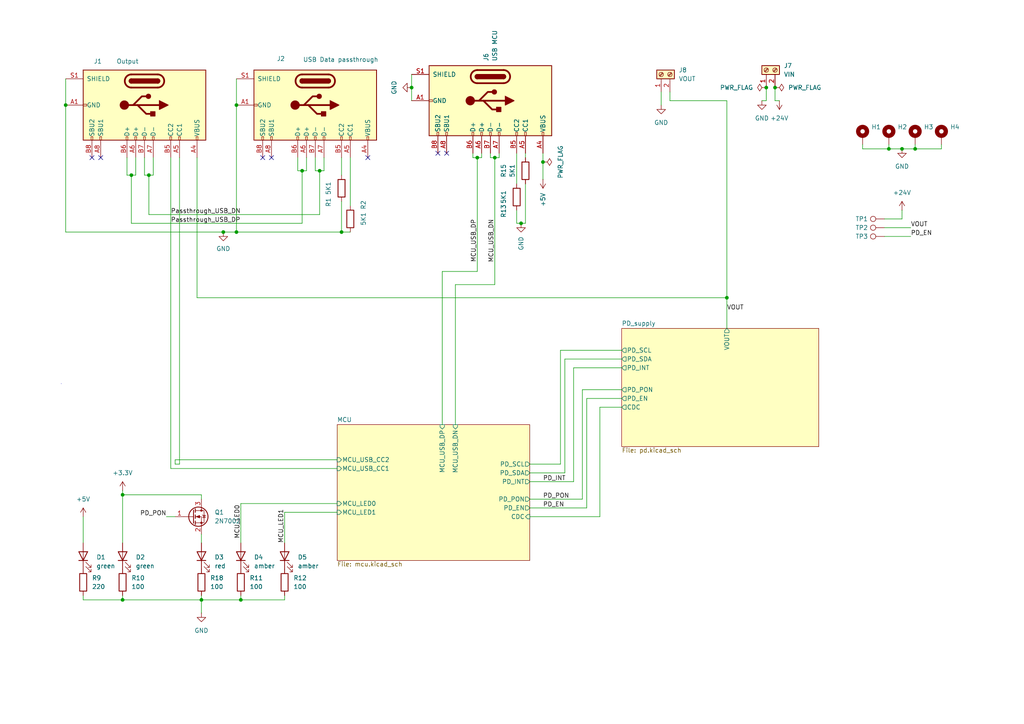
<source format=kicad_sch>
(kicad_sch (version 20231120) (generator "eeschema") (generator_version "8.0")
  (paper "A4")
  (title_block (title "UCPD-Passthrough") (rev "0.1") (comment 1 "License: CERN-OHL-P-2.0"))
  (lib_symbols
    (symbol "Connector:Screw_Terminal_01x02" (pin_names (offset 1.016) hide)
      (property "Reference" "J" (at 0 2.54 0))
      (property "Value" "Screw_Terminal_01x02" (at 0 -5.08 0))
      (symbol "Screw_Terminal_01x02_1_1"
        (rectangle (start -1.27 1.27) (end 1.27 -3.81) (stroke (width 0.254)) (fill (type background)))
        (circle (center 0 -2.54) (radius 0.635) (stroke (width 0.1524)))
        (polyline (pts (xy -0.5334 -2.2098) (xy 0.3302 -3.048)) (stroke (width 0.1524)))
        (polyline (pts (xy -0.5334 0.3302) (xy 0.3302 -0.508)) (stroke (width 0.1524)))
        (polyline (pts (xy -0.3556 -2.032) (xy 0.508 -2.8702)) (stroke (width 0.1524)))
        (polyline (pts (xy -0.3556 0.508) (xy 0.508 -0.3302)) (stroke (width 0.1524)))
        (circle (center 0 0) (radius 0.635) (stroke (width 0.1524)))
        (pin passive line (at -5.08 0 0) (length 3.81) (name "Pin_1") (number "1"))
        (pin passive line (at -5.08 -2.54 0) (length 3.81) (name "Pin_2") (number "2"))
      )
    )
    (symbol "Connector:TestPoint" (pin_numbers hide) (pin_names (offset 0.762) hide)
      (property "Reference" "TP" (at 0 6.858 0))
      (property "Value" "TestPoint" (at 0 5.08 0))
      (symbol "TestPoint_0_1"
        (circle (center 0 3.302) (radius 0.762))
      )
      (symbol "TestPoint_1_1"
        (pin passive line (at 0 0 90) (length 2.54) (name "1") (number "1"))
      )
    )
    (symbol "Connector:USB_C_Receptacle_USB2.0_16P" (pin_names (offset 1.016))
      (property "Reference" "J" (at 0 22.225 0))
      (property "Value" "USB_C_Receptacle_USB2.0_16P" (at 0 19.685 0))
      (symbol "USB_C_Receptacle_USB2.0_16P_0_0"
        (rectangle (start -0.254 -17.78) (end 0.254 -16.764))
        (rectangle (start 10.16 -14.986) (end 9.144 -15.494))
        (rectangle (start 10.16 -12.446) (end 9.144 -12.954))
        (rectangle (start 10.16 -4.826) (end 9.144 -5.334))
        (rectangle (start 10.16 -2.286) (end 9.144 -2.794))
        (rectangle (start 10.16 0.254) (end 9.144 -0.254))
        (rectangle (start 10.16 2.794) (end 9.144 2.286))
        (rectangle (start 10.16 7.874) (end 9.144 7.366))
        (rectangle (start 10.16 10.414) (end 9.144 9.906))
        (rectangle (start 10.16 15.494) (end 9.144 14.986))
      )
      (symbol "USB_C_Receptacle_USB2.0_16P_0_1"
        (rectangle (start -10.16 17.78) (end 10.16 -17.78) (stroke (width 0.254)) (fill (type background)))
        (arc (start -8.89 -3.81) (mid -6.985 -5.7067) (end -5.08 -3.81) (stroke (width 0.508)))
        (arc (start -7.62 -3.81) (mid -6.985 -4.4423) (end -6.35 -3.81) (stroke (width 0.254)))
        (arc (start -7.62 -3.81) (mid -6.985 -4.4423) (end -6.35 -3.81) (stroke (width 0.254)) (fill (type outline)))
        (rectangle (start -7.62 -3.81) (end -6.35 3.81) (stroke (width 0.254)) (fill (type outline)))
        (arc (start -6.35 3.81) (mid -6.985 4.4423) (end -7.62 3.81) (stroke (width 0.254)))
        (arc (start -6.35 3.81) (mid -6.985 4.4423) (end -7.62 3.81) (stroke (width 0.254)) (fill (type outline)))
        (arc (start -5.08 3.81) (mid -6.985 5.7067) (end -8.89 3.81) (stroke (width 0.508)))
        (circle (center -2.54 1.143) (radius 0.635) (stroke (width 0.254)) (fill (type outline)))
        (circle (center 0 -5.842) (radius 1.27) (fill (type outline)))
        (polyline (pts (xy -8.89 -3.81) (xy -8.89 3.81)) (stroke (width 0.508)))
        (polyline (pts (xy -5.08 3.81) (xy -5.08 -3.81)) (stroke (width 0.508)))
        (polyline (pts (xy 0 -5.842) (xy 0 4.318)) (stroke (width 0.508)))
        (polyline (pts (xy 0 -3.302) (xy -2.54 -0.762) (xy -2.54 0.508)) (stroke (width 0.508)))
        (polyline (pts (xy 0 -2.032) (xy 2.54 0.508) (xy 2.54 1.778)) (stroke (width 0.508)))
        (polyline (pts (xy -1.27 4.318) (xy 0 6.858) (xy 1.27 4.318) (xy -1.27 4.318)) (stroke (width 0.254)) (fill (type outline)))
        (rectangle (start 1.905 1.778) (end 3.175 3.048) (stroke (width 0.254)) (fill (type outline)))
      )
      (symbol "USB_C_Receptacle_USB2.0_16P_1_1"
        (pin passive line (at 0 -22.86 90) (length 5.08) (name "GND") (number "A1"))
        (pin passive line (at 0 -22.86 90) (length 5.08) hide (name "GND") (number "A12"))
        (pin passive line (at 15.24 15.24 180) (length 5.08) (name "VBUS") (number "A4"))
        (pin bidirectional line (at 15.24 10.16 180) (length 5.08) (name "CC1") (number "A5"))
        (pin bidirectional line (at 15.24 -2.54 180) (length 5.08) (name "D+") (number "A6"))
        (pin bidirectional line (at 15.24 2.54 180) (length 5.08) (name "D-") (number "A7"))
        (pin bidirectional line (at 15.24 -12.7 180) (length 5.08) (name "SBU1") (number "A8"))
        (pin passive line (at 15.24 15.24 180) (length 5.08) hide (name "VBUS") (number "A9"))
        (pin passive line (at 0 -22.86 90) (length 5.08) hide (name "GND") (number "B1"))
        (pin passive line (at 0 -22.86 90) (length 5.08) hide (name "GND") (number "B12"))
        (pin passive line (at 15.24 15.24 180) (length 5.08) hide (name "VBUS") (number "B4"))
        (pin bidirectional line (at 15.24 7.62 180) (length 5.08) (name "CC2") (number "B5"))
        (pin bidirectional line (at 15.24 -5.08 180) (length 5.08) (name "D+") (number "B6"))
        (pin bidirectional line (at 15.24 0 180) (length 5.08) (name "D-") (number "B7"))
        (pin bidirectional line (at 15.24 -15.24 180) (length 5.08) (name "SBU2") (number "B8"))
        (pin passive line (at 15.24 15.24 180) (length 5.08) hide (name "VBUS") (number "B9"))
        (pin passive line (at -7.62 -22.86 90) (length 5.08) (name "SHIELD") (number "S1"))
      )
    )
    (symbol "Device:LED" (pin_numbers hide) (pin_names (offset 1.016) hide)
      (property "Reference" "D" (at 0 2.54 0))
      (property "Value" "LED" (at 0 -2.54 0))
      (symbol "LED_0_1"
        (polyline (pts (xy -1.27 -1.27) (xy -1.27 1.27)) (stroke (width 0.254)))
        (polyline (pts (xy -1.27 0) (xy 1.27 0)))
        (polyline (pts (xy 1.27 -1.27) (xy 1.27 1.27) (xy -1.27 0) (xy 1.27 -1.27)) (stroke (width 0.254)))
        (polyline (pts (xy -3.048 -0.762) (xy -4.572 -2.286) (xy -3.81 -2.286) (xy -4.572 -2.286) (xy -4.572 -1.524)))
        (polyline (pts (xy -1.778 -0.762) (xy -3.302 -2.286) (xy -2.54 -2.286) (xy -3.302 -2.286) (xy -3.302 -1.524)))
      )
      (symbol "LED_1_1"
        (pin passive line (at -3.81 0 0) (length 2.54) (name "K") (number "1"))
        (pin passive line (at 3.81 0 180) (length 2.54) (name "A") (number "2"))
      )
    )
    (symbol "Device:R" (pin_numbers hide) (pin_names (offset 0))
      (property "Reference" "R" (at 2.032 0 90))
      (property "Value" "R" (at 0 0 90))
      (symbol "R_0_1"
        (rectangle (start -1.016 -2.54) (end 1.016 2.54) (stroke (width 0.254)))
      )
      (symbol "R_1_1"
        (pin passive line (at 0 3.81 270) (length 1.27) (name "~") (number "1"))
        (pin passive line (at 0 -3.81 90) (length 1.27) (name "~") (number "2"))
      )
    )
    (symbol "Mechanical:MountingHole_Pad" (pin_numbers hide) (pin_names (offset 1.016) hide) (exclude_from_sim yes) (in_bom no)
      (property "Reference" "H" (at 0 6.35 0))
      (property "Value" "MountingHole_Pad" (at 0 4.445 0))
      (symbol "MountingHole_Pad_0_1"
        (circle (center 0 1.27) (radius 1.27) (stroke (width 1.27)))
      )
      (symbol "MountingHole_Pad_1_1"
        (pin input line (at 0 -2.54 90) (length 2.54) (name "1") (number "1"))
      )
    )
    (symbol "Transistor_FET:2N7002" (pin_names hide)
      (property "Reference" "Q" (at 5.08 1.905 0))
      (property "Value" "2N7002" (at 5.08 0 0))
      (symbol "2N7002_0_1"
        (polyline (pts (xy 0.254 0) (xy -2.54 0)))
        (polyline (pts (xy 0.254 1.905) (xy 0.254 -1.905)) (stroke (width 0.254)))
        (polyline (pts (xy 0.762 -1.27) (xy 0.762 -2.286)) (stroke (width 0.254)))
        (polyline (pts (xy 0.762 0.508) (xy 0.762 -0.508)) (stroke (width 0.254)))
        (polyline (pts (xy 0.762 2.286) (xy 0.762 1.27)) (stroke (width 0.254)))
        (polyline (pts (xy 2.54 2.54) (xy 2.54 1.778)))
        (polyline (pts (xy 2.54 -2.54) (xy 2.54 0) (xy 0.762 0)))
        (polyline (pts (xy 0.762 -1.778) (xy 3.302 -1.778) (xy 3.302 1.778) (xy 0.762 1.778)))
        (polyline (pts (xy 1.016 0) (xy 2.032 0.381) (xy 2.032 -0.381) (xy 1.016 0)) (fill (type outline)))
        (polyline (pts (xy 2.794 0.508) (xy 2.921 0.381) (xy 3.683 0.381) (xy 3.81 0.254)))
        (polyline (pts (xy 3.302 0.381) (xy 2.921 -0.254) (xy 3.683 -0.254) (xy 3.302 0.381)))
        (circle (center 1.651 0) (radius 2.794) (stroke (width 0.254)))
        (circle (center 2.54 -1.778) (radius 0.254) (fill (type outline)))
        (circle (center 2.54 1.778) (radius 0.254) (fill (type outline)))
      )
      (symbol "2N7002_1_1"
        (pin input line (at -5.08 0 0) (length 2.54) (name "G") (number "1"))
        (pin passive line (at 2.54 -5.08 90) (length 2.54) (name "S") (number "2"))
        (pin passive line (at 2.54 5.08 270) (length 2.54) (name "D") (number "3"))
      )
    )
    (symbol "power:+24V" (power) (pin_numbers hide) (pin_names (offset 0) hide)
      (property "Value" "+24V" (at 0 3.556 0))
      (symbol "+24V_0_1"
        (polyline (pts (xy -0.762 1.27) (xy 0 2.54)))
        (polyline (pts (xy 0 0) (xy 0 2.54)))
        (polyline (pts (xy 0 2.54) (xy 0.762 1.27)))
      )
      (symbol "+24V_1_1"
        (pin power_in line (at 0 0 90) (length 0) (name "~") (number "1"))
      )
    )
    (symbol "power:+3.3V" (power) (pin_numbers hide) (pin_names (offset 0) hide)
      (property "Value" "+3.3V" (at 0 3.556 0))
      (symbol "+3.3V_0_1"
        (polyline (pts (xy -0.762 1.27) (xy 0 2.54)))
        (polyline (pts (xy 0 0) (xy 0 2.54)))
        (polyline (pts (xy 0 2.54) (xy 0.762 1.27)))
      )
      (symbol "+3.3V_1_1"
        (pin power_in line (at 0 0 90) (length 0) (name "~") (number "1"))
      )
    )
    (symbol "power:+5V" (power) (pin_numbers hide) (pin_names (offset 0) hide)
      (property "Value" "+5V" (at 0 3.556 0))
      (symbol "+5V_0_1"
        (polyline (pts (xy -0.762 1.27) (xy 0 2.54)))
        (polyline (pts (xy 0 0) (xy 0 2.54)))
        (polyline (pts (xy 0 2.54) (xy 0.762 1.27)))
      )
      (symbol "+5V_1_1"
        (pin power_in line (at 0 0 90) (length 0) (name "~") (number "1"))
      )
    )
    (symbol "power:GND" (power) (pin_numbers hide) (pin_names (offset 0) hide)
      (property "Value" "GND" (at 0 -3.81 0))
      (symbol "GND_0_1"
        (polyline (pts (xy 0 0) (xy 0 -1.27) (xy 1.27 -1.27) (xy 0 -2.54) (xy -1.27 -1.27) (xy 0 -1.27)))
      )
      (symbol "GND_1_1"
        (pin power_in line (at 0 0 270) (length 0) (name "~") (number "1"))
      )
    )
    (symbol "power:PWR_FLAG" (power) (pin_numbers hide) (pin_names (offset 0) hide)
      (property "Value" "PWR_FLAG" (at 0 3.81 0))
      (symbol "PWR_FLAG_0_0"
        (pin power_out line (at 0 0 90) (length 0) (name "~") (number "1"))
      )
      (symbol "PWR_FLAG_0_1"
        (polyline (pts (xy 0 0) (xy 0 1.27) (xy -1.016 1.905) (xy 0 2.54) (xy 1.016 1.905) (xy 0 1.27)))
      )
    )
  )
  (junction (at 119.38 25.4))
  (junction (at 265.43 43.18))
  (junction (at 138.43 45.72))
  (junction (at 257.81 43.18))
  (junction (at 69.85 173.99))
  (junction (at 151.13 64.77))
  (junction (at 143.51 45.72))
  (junction (at 261.62 43.18))
  (junction (at 19.05 30.48))
  (junction (at 58.42 173.99))
  (junction (at 87.63 49.53))
  (junction (at 35.56 173.99))
  (junction (at 38.1 50.8))
  (junction (at 224.79 25.4))
  (junction (at 68.58 30.48))
  (junction (at 210.82 86.36))
  (junction (at 35.56 143.51))
  (junction (at 92.71 49.53))
  (junction (at 157.48 46.99))
  (junction (at 68.58 67.31))
  (junction (at 222.25 25.4))
  (junction (at 64.77 67.31))
  (junction (at 43.18 50.8))
  (junction (at 99.06 67.31))
  (no_connect (at 106.68 45.72))
  (no_connect (at 76.2 45.72))
  (no_connect (at 26.67 45.72))
  (no_connect (at 127 44.45))
  (no_connect (at 78.74 45.72))
  (no_connect (at 29.21 45.72))
  (no_connect (at 129.54 44.45))
  (wire (pts (xy 132.08 123.19) (xy 132.08 82.55)))
  (wire (pts (xy 152.4 53.34) (xy 152.4 64.77)))
  (wire (pts (xy 139.7 45.72) (xy 138.43 45.72)))
  (wire (pts (xy 82.55 148.59) (xy 97.79 148.59)))
  (wire (pts (xy 99.06 45.72) (xy 99.06 50.8)))
  (wire (pts (xy 41.91 50.8) (xy 41.91 45.72)))
  (wire (pts (xy 152.4 64.77) (xy 151.13 64.77)))
  (wire (pts (xy 69.85 173.99) (xy 69.85 172.72)))
  (wire (pts (xy 38.1 50.8) (xy 36.83 50.8)))
  (wire (pts (xy 194.31 29.21) (xy 194.31 26.67)))
  (wire (pts (xy 153.67 139.7) (xy 166.37 139.7)))
  (wire (pts (xy 149.86 53.34) (xy 149.86 44.45)))
  (wire (pts (xy 88.9 45.72) (xy 88.9 49.53)))
  (wire (pts (xy 58.42 144.78) (xy 58.42 143.51)))
  (wire (pts (xy 43.18 50.8) (xy 41.91 50.8)))
  (wire (pts (xy 91.44 49.53) (xy 92.71 49.53)))
  (wire (pts (xy 35.56 142.24) (xy 35.56 143.51)))
  (wire (pts (xy 250.19 41.91) (xy 250.19 43.18)))
  (wire (pts (xy 153.67 147.32) (xy 170.18 147.32)))
  (wire (pts (xy 265.43 41.91) (xy 265.43 43.18)))
  (wire (pts (xy 38.1 64.77) (xy 87.63 64.77)))
  (wire (pts (xy 149.86 60.96) (xy 149.86 64.77)))
  (wire (pts (xy 224.79 29.21) (xy 226.06 29.21)))
  (wire (pts (xy 119.38 25.4) (xy 119.38 21.59)))
  (wire (pts (xy 168.91 113.03) (xy 168.91 144.78)))
  (wire (pts (xy 99.06 67.31) (xy 101.6 67.31)))
  (wire (pts (xy 52.07 134.62) (xy 50.8 134.62)))
  (wire (pts (xy 39.37 45.72) (xy 39.37 50.8)))
  (wire (pts (xy 44.45 50.8) (xy 43.18 50.8)))
  (wire (pts (xy 68.58 67.31) (xy 64.77 67.31)))
  (wire (pts (xy 261.62 63.5) (xy 261.62 60.96)))
  (wire (pts (xy 261.62 43.18) (xy 265.43 43.18)))
  (wire (pts (xy 48.26 149.86) (xy 50.8 149.86)))
  (wire (pts (xy 93.98 45.72) (xy 93.98 49.53)))
  (wire (pts (xy 86.36 45.72) (xy 86.36 49.53)))
  (wire (pts (xy 210.82 29.21) (xy 194.31 29.21)))
  (wire (pts (xy 69.85 146.05) (xy 69.85 157.48)))
  (wire (pts (xy 149.86 64.77) (xy 151.13 64.77)))
  (wire (pts (xy 58.42 143.51) (xy 35.56 143.51)))
  (wire (pts (xy 87.63 49.53) (xy 88.9 49.53)))
  (wire (pts (xy 143.51 45.72) (xy 143.51 82.55)))
  (wire (pts (xy 132.08 82.55) (xy 143.51 82.55)))
  (wire (pts (xy 256.54 66.04) (xy 264.16 66.04)))
  (wire (pts (xy 261.62 43.18) (xy 257.81 43.18)))
  (wire (pts (xy 58.42 154.94) (xy 58.42 157.48)))
  (wire (pts (xy 68.58 22.86) (xy 68.58 30.48)))
  (wire (pts (xy 168.91 144.78) (xy 153.67 144.78)))
  (wire (pts (xy 19.05 30.48) (xy 19.05 67.31)))
  (wire (pts (xy 191.77 26.67) (xy 191.77 30.48)))
  (wire (pts (xy 36.83 50.8) (xy 36.83 45.72)))
  (wire (pts (xy 68.58 30.48) (xy 68.58 67.31)))
  (wire (pts (xy 138.43 45.72) (xy 138.43 78.74)))
  (wire (pts (xy 257.81 41.91) (xy 257.81 43.18)))
  (wire (pts (xy 49.53 135.89) (xy 97.79 135.89)))
  (wire (pts (xy 142.24 45.72) (xy 142.24 44.45)))
  (wire (pts (xy 101.6 45.72) (xy 101.6 59.69)))
  (wire (pts (xy 166.37 106.68) (xy 180.34 106.68)))
  (wire (pts (xy 58.42 173.99) (xy 69.85 173.99)))
  (wire (pts (xy 92.71 49.53) (xy 93.98 49.53)))
  (wire (pts (xy 163.83 104.14) (xy 163.83 137.16)))
  (wire (pts (xy 24.13 173.99) (xy 35.56 173.99)))
  (wire (pts (xy 57.15 45.72) (xy 57.15 86.36)))
  (wire (pts (xy 222.25 25.4) (xy 222.25 29.21)))
  (wire (pts (xy 143.51 45.72) (xy 142.24 45.72)))
  (wire (pts (xy 157.48 52.07) (xy 157.48 46.99)))
  (wire (pts (xy 49.53 45.72) (xy 49.53 135.89)))
  (wire (pts (xy 157.48 46.99) (xy 157.48 44.45)))
  (wire (pts (xy 58.42 173.99) (xy 58.42 177.8)))
  (wire (pts (xy 222.25 29.21) (xy 220.98 29.21)))
  (wire (pts (xy 170.18 115.57) (xy 170.18 147.32)))
  (wire (pts (xy 137.16 45.72) (xy 137.16 44.45)))
  (wire (pts (xy 139.7 44.45) (xy 139.7 45.72)))
  (wire (pts (xy 35.56 172.72) (xy 35.56 173.99)))
  (wire (pts (xy 69.85 173.99) (xy 82.55 173.99)))
  (wire (pts (xy 180.34 113.03) (xy 168.91 113.03)))
  (wire (pts (xy 44.45 45.72) (xy 44.45 50.8)))
  (wire (pts (xy 38.1 50.8) (xy 38.1 64.77)))
  (wire (pts (xy 119.38 29.21) (xy 119.38 25.4)))
  (wire (pts (xy 50.8 134.62) (xy 50.8 133.35)))
  (wire (pts (xy 163.83 137.16) (xy 153.67 137.16)))
  (wire (pts (xy 128.27 78.74) (xy 128.27 123.19)))
  (wire (pts (xy 86.36 49.53) (xy 87.63 49.53)))
  (wire (pts (xy 43.18 62.23) (xy 92.71 62.23)))
  (wire (pts (xy 87.63 64.77) (xy 87.63 49.53)))
  (wire (pts (xy 144.78 45.72) (xy 144.78 44.45)))
  (wire (pts (xy 91.44 45.72) (xy 91.44 49.53)))
  (wire (pts (xy 224.79 25.4) (xy 224.79 29.21)))
  (wire (pts (xy 166.37 139.7) (xy 166.37 106.68)))
  (wire (pts (xy 50.8 133.35) (xy 97.79 133.35)))
  (wire (pts (xy 162.56 134.62) (xy 162.56 101.6)))
  (wire (pts (xy 19.05 22.86) (xy 19.05 30.48)))
  (wire (pts (xy 57.15 86.36) (xy 210.82 86.36)))
  (wire (pts (xy 273.05 43.18) (xy 273.05 41.91)))
  (wire (pts (xy 58.42 172.72) (xy 58.42 173.99)))
  (wire (pts (xy 256.54 68.58) (xy 264.16 68.58)))
  (wire (pts (xy 82.55 148.59) (xy 82.55 157.48)))
  (wire (pts (xy 35.56 173.99) (xy 58.42 173.99)))
  (wire (pts (xy 180.34 118.11) (xy 173.99 118.11)))
  (wire (pts (xy 128.27 78.74) (xy 138.43 78.74)))
  (wire (pts (xy 143.51 45.72) (xy 144.78 45.72)))
  (wire (pts (xy 173.99 118.11) (xy 173.99 149.86)))
  (wire (pts (xy 68.58 67.31) (xy 99.06 67.31)))
  (wire (pts (xy 99.06 58.42) (xy 99.06 67.31)))
  (wire (pts (xy 153.67 134.62) (xy 162.56 134.62)))
  (wire (pts (xy 24.13 172.72) (xy 24.13 173.99)))
  (wire (pts (xy 43.18 50.8) (xy 43.18 62.23)))
  (wire (pts (xy 92.71 49.53) (xy 92.71 62.23)))
  (wire (pts (xy 265.43 43.18) (xy 273.05 43.18)))
  (wire (pts (xy 19.05 67.31) (xy 64.77 67.31)))
  (wire (pts (xy 210.82 29.21) (xy 210.82 86.36)))
  (wire (pts (xy 173.99 149.86) (xy 153.67 149.86)))
  (wire (pts (xy 69.85 146.05) (xy 97.79 146.05)))
  (wire (pts (xy 82.55 173.99) (xy 82.55 172.72)))
  (wire (pts (xy 210.82 86.36) (xy 210.82 95.25)))
  (wire (pts (xy 162.56 101.6) (xy 180.34 101.6)))
  (wire (pts (xy 180.34 115.57) (xy 170.18 115.57)))
  (wire (pts (xy 138.43 45.72) (xy 137.16 45.72)))
  (wire (pts (xy 24.13 149.86) (xy 24.13 157.48)))
  (wire (pts (xy 35.56 143.51) (xy 35.56 157.48)))
  (wire (pts (xy 39.37 50.8) (xy 38.1 50.8)))
  (wire (pts (xy 256.54 63.5) (xy 261.62 63.5)))
  (wire (pts (xy 152.4 45.72) (xy 152.4 44.45)))
  (wire (pts (xy 257.81 43.18) (xy 250.19 43.18)))
  (wire (pts (xy 52.07 45.72) (xy 52.07 134.62)))
  (wire (pts (xy 180.34 104.14) (xy 163.83 104.14)))
  (rectangle (start 17.78 111.252) (end 17.78 111.252))
  (label "PD_PON" (at 48.26 149.86 180))
  (label "PD_EN" (at 264.16 68.58 0))
  (label "Passthrough_USB_DN" (at 49.53 62.23 0))
  (label "MCU_LED0" (at 69.85 156.21 90))
  (label "MCU_USB_DP" (at 138.43 63.5 270))
  (label "MCU_USB_DN" (at 143.51 63.5 270))
  (label "PD_PON" (at 157.48 144.78 0))
  (label "PD_INT" (at 157.48 139.7 0))
  (label "MCU_LED1" (at 82.55 157.48 90))
  (label "PD_EN" (at 157.48 147.32 0))
  (label "VOUT" (at 210.82 90.17 0))
  (label "Passthrough_USB_DP" (at 49.53 64.77 0))
  (label "VOUT" (at 264.16 66.04 0))
  (symbol (lib_id "Connector:USB_C_Receptacle_USB2.0_16P") (at 91.44 30.48 270) (unit 1)
    (property "Reference" "J2" (at 80.264 17.018 90) (effects (justify left)))
    (property "Value" "USB Data passthrough" (at 87.884 17.272 90) (effects (justify left)))
    (property "Footprint" "Connector_USB:USB_C_Receptacle_GCT_USB4105-xx-A_16P_TopMnt_Horizontal" (effects (hide yes)))
    (property "Datasheet" "https://www.usb.org/sites/default/files/documents/usb_type-c.zip" (effects (hide yes)))
    (property "Description" "USB 2.0-only 16P Type-C Receptacle connector" (effects (hide yes)))
    (property "MFN" "GCT" (effects (hide yes)))
    (property "MFP" "USB4105-GF-A" (effects (hide yes)))
    (property "DigiKey" "2073-USB4105-GF-ACT-ND" (effects (hide yes)))
  )
  (symbol (lib_id "power:GND") (at 220.98 29.21 0) (unit 1)
    (property "Reference" "#PWR028" (effects (hide yes)))
    (property "Value" "GND" (at 220.98 34.29 0))
    (property "Description" "Power symbol creates a global label with name \"GND\" , ground" (effects (hide yes)))
  )
  (symbol (lib_id "Device:R") (at 152.4 49.53 180) (unit 1)
    (property "Reference" "R15" (at 146.05 49.53 90))
    (property "Value" "5K1" (at 148.59 49.53 90))
    (property "Footprint" "Resistor_SMD:R_0603_1608Metric" (effects (hide yes)))
    (property "Description" "Resistor" (effects (hide yes)))
    (property "DigiKey" "13-RC0603FR-105K1LCT-ND" (effects (hide yes)))
    (property "MFN" "Yageo" (effects (hide yes)))
    (property "MFP" "RC0603FR-105K1L" (effects (hide yes)))
  )
  (symbol (lib_id "power:GND") (at 191.77 30.48 0) (unit 1)
    (property "Reference" "#PWR023" (effects (hide yes)))
    (property "Value" "GND" (at 191.77 35.56 0))
    (property "Description" "Power symbol creates a global label with name \"GND\" , ground" (effects (hide yes)))
  )
  (symbol (lib_id "Mechanical:MountingHole_Pad") (at 250.19 39.37 0) (unit 1) (exclude_from_sim yes) (in_bom no)
    (property "Reference" "H1" (at 252.73 36.8299 0) (effects (justify left)))
    (property "Value" "MountingHole_Pad" (effects (hide yes)))
    (property "Footprint" "MountingHole:MountingHole_2.2mm_M2_DIN965_Pad" (effects (hide yes)))
    (property "Description" "Mounting Hole with connection" (effects (hide yes)))
  )
  (symbol (lib_id "power:+24V") (at 261.62 60.96 0) (unit 1)
    (property "Reference" "#PWR016" (effects (hide yes)))
    (property "Value" "+24V" (at 261.62 55.88 0))
    (property "Description" "Power symbol creates a global label with name \"+24V\"" (effects (hide yes)))
  )
  (symbol (lib_id "power:+5V") (at 157.48 52.07 180) (unit 1)
    (property "Reference" "#PWR021" (effects (hide yes)))
    (property "Value" "+5V" (at 157.4799 55.88 90) (effects (justify left)))
    (property "Description" "Power symbol creates a global label with name \"+5V\"" (effects (hide yes)))
  )
  (symbol (lib_id "power:GND") (at 151.13 64.77 0) (unit 1)
    (property "Reference" "#PWR011" (effects (hide yes)))
    (property "Value" "GND" (at 151.1299 68.58 90) (effects (justify right)))
    (property "Description" "Power symbol creates a global label with name \"GND\" , ground" (effects (hide yes)))
  )
  (symbol (lib_id "power:+24V") (at 226.06 29.21 180) (unit 1)
    (property "Reference" "#PWR027" (effects (hide yes)))
    (property "Value" "+24V" (at 226.06 34.29 0))
    (property "Description" "Power symbol creates a global label with name \"+24V\"" (effects (hide yes)))
  )
  (symbol (lib_id "Device:LED") (at 82.55 161.29 90) (unit 1)
    (property "Reference" "D5" (at 86.36 161.6074 90) (effects (justify right)))
    (property "Value" "amber" (at 86.36 164.1474 90) (effects (justify right)))
    (property "Footprint" "LED_SMD:LED_0603_1608Metric" (effects (hide yes)))
    (property "Description" "Light emitting diode" (effects (hide yes)))
    (property "DigiKey" "732-150060AS75000CT-ND" (effects (hide yes)))
    (property "MFN" "Würth Elektronik" (effects (hide yes)))
    (property "MFP" "150060AS75000" (effects (hide yes)))
  )
  (symbol (lib_id "power:+5V") (at 24.13 149.86 0) (unit 1)
    (property "Reference" "#PWR07" (effects (hide yes)))
    (property "Value" "+5V" (at 24.13 144.78 0))
    (property "Description" "Power symbol creates a global label with name \"+5V\"" (effects (hide yes)))
  )
  (symbol (lib_id "Connector:USB_C_Receptacle_USB2.0_16P") (at 41.91 30.48 270) (unit 1)
    (property "Reference" "J1" (at 27.178 17.78 90) (effects (justify left)))
    (property "Value" "Output" (at 33.782 17.78 90) (effects (justify left)))
    (property "Footprint" "Connector_USB:USB_C_Receptacle_GCT_USB4105-xx-A_16P_TopMnt_Horizontal" (effects (hide yes)))
    (property "Datasheet" "https://www.usb.org/sites/default/files/documents/usb_type-c.zip" (effects (hide yes)))
    (property "Description" "USB 2.0-only 16P Type-C Receptacle connector" (effects (hide yes)))
    (property "MFN" "GCT" (effects (hide yes)))
    (property "MFP" "USB4105-GF-A" (effects (hide yes)))
    (property "DigiKey" "2073-USB4105-GF-ACT-ND" (effects (hide yes)))
  )
  (symbol (lib_id "Transistor_FET:2N7002") (at 55.88 149.86 0) (unit 1)
    (property "Reference" "Q1" (at 62.23 148.5899 0) (effects (justify left)))
    (property "Value" "2N7002" (at 62.23 151.1299 0) (effects (justify left)))
    (property "Footprint" "Package_TO_SOT_SMD:SOT-23" (effects (hide yes)))
    (property "Datasheet" "https://www.onsemi.com/pub/Collateral/NDS7002A-D.PDF" (effects (hide yes)))
    (property "Description" "0.115A Id, 60V Vds, N-Channel MOSFET, SOT-23" (effects (hide yes)))
    (property "DigiKey" "5399-2N7002CT-ND" (effects (hide yes)))
    (property "MFN" "Shenzhen Slkormicro Semicon Co., Ltd." (effects (hide yes)))
    (property "MFP" "2N7002" (effects (hide yes)))
  )
  (symbol (lib_id "Connector:TestPoint") (at 256.54 63.5 90) (unit 1)
    (property "Reference" "TP1" (at 249.936 63.5 90))
    (property "Value" "TestPoint" (effects (hide yes)))
    (property "Footprint" "TestPoint:TestPoint_Pad_D2.0mm" (effects (hide yes)))
    (property "Description" "test point" (effects (hide yes)))
  )
  (symbol (lib_id "Connector:TestPoint") (at 256.54 68.58 90) (unit 1)
    (property "Reference" "TP3" (at 249.936 68.58 90))
    (property "Value" "TestPoint" (effects (hide yes)))
    (property "Footprint" "TestPoint:TestPoint_Pad_D1.0mm" (effects (hide yes)))
    (property "Description" "test point" (effects (hide yes)))
  )
  (symbol (lib_id "power:GND") (at 58.42 177.8 0) (unit 1)
    (property "Reference" "#PWR015" (effects (hide yes)))
    (property "Value" "GND" (at 58.42 182.88 0))
    (property "Description" "Power symbol creates a global label with name \"GND\" , ground" (effects (hide yes)))
  )
  (symbol (lib_id "Device:R") (at 35.56 168.91 0) (unit 1)
    (property "Reference" "R10" (at 38.1 167.6399 0) (effects (justify left)))
    (property "Value" "100" (at 38.1 170.1799 0) (effects (justify left)))
    (property "Footprint" "Resistor_SMD:R_0603_1608Metric" (effects (hide yes)))
    (property "Description" "Resistor" (effects (hide yes)))
    (property "DigiKey" "311-100HRCT-ND" (effects (hide yes)))
    (property "MFN" "Yageo" (effects (hide yes)))
    (property "MFP" "RC0603FR-07100RL" (effects (hide yes)))
  )
  (symbol (lib_id "Device:LED") (at 35.56 161.29 90) (unit 1)
    (property "Reference" "D2" (at 39.37 161.6074 90) (effects (justify right)))
    (property "Value" "green" (at 39.37 164.1474 90) (effects (justify right)))
    (property "Footprint" "LED_SMD:LED_0603_1608Metric" (effects (hide yes)))
    (property "Description" "Light emitting diode" (effects (hide yes)))
    (property "DigiKey" "732-4980-1-ND" (effects (hide yes)))
    (property "MFN" "Würth Elektronik" (effects (hide yes)))
    (property "MFP" "150060VS75000" (effects (hide yes)))
  )
  (symbol (lib_id "Connector:Screw_Terminal_01x02") (at 191.77 21.59 90) (unit 1)
    (property "Reference" "J8" (at 196.85 20.3199 90) (effects (justify right)))
    (property "Value" "VOUT" (at 196.85 22.8599 90) (effects (justify right)))
    (property "Footprint" "TerminalBlock:TerminalBlock_MaiXu_MX126-5.0-02P_1x02_P5.00mm" (effects (hide yes)))
    (property "Description" "Generic screw terminal, single row, 01x02, script generated (kicad-library-utils/schlib/autogen/connector/)" (effects (hide yes)))
    (property "MFN" "Würth Elektronik" (effects (hide yes)))
    (property "MFP" "691137710002" (effects (hide yes)))
    (property "DigiKey" "732-10955-ND" (effects (hide yes)))
  )
  (symbol (lib_id "Device:R") (at 82.55 168.91 0) (unit 1)
    (property "Reference" "R12" (at 85.09 167.6399 0) (effects (justify left)))
    (property "Value" "100" (at 85.09 170.1799 0) (effects (justify left)))
    (property "Footprint" "Resistor_SMD:R_0603_1608Metric" (effects (hide yes)))
    (property "Description" "Resistor" (effects (hide yes)))
    (property "DigiKey" "311-100HRCT-ND" (effects (hide yes)))
    (property "MFN" "Yageo" (effects (hide yes)))
    (property "MFP" "RC0603FR-07100RL" (effects (hide yes)))
  )
  (symbol (lib_id "power:PWR_FLAG") (at 222.25 25.4 90) (unit 1)
    (property "Reference" "#FLG02" (effects (hide yes)))
    (property "Value" "PWR_FLAG" (at 218.44 25.3999 90) (effects (justify left)))
    (property "Description" "Special symbol for telling ERC where power comes from" (effects (hide yes)))
  )
  (symbol (lib_id "power:PWR_FLAG") (at 157.48 46.99 270) (unit 1)
    (property "Reference" "#FLG03" (effects (hide yes)))
    (property "Value" "PWR_FLAG" (at 162.56 46.99 0))
    (property "Description" "Special symbol for telling ERC where power comes from" (effects (hide yes)))
  )
  (symbol (lib_id "Device:R") (at 101.6 63.5 0) (unit 1)
    (property "Reference" "R2" (at 105.41 59.436 90))
    (property "Value" "5K1" (at 105.41 63.5 90))
    (property "Footprint" "Resistor_SMD:R_0603_1608Metric" (effects (hide yes)))
    (property "Description" "Resistor" (effects (hide yes)))
    (property "DigiKey" "13-RC0603FR-105K1LCT-ND" (effects (hide yes)))
    (property "MFN" "Yageo" (effects (hide yes)))
    (property "MFP" "RC0603FR-105K1L" (effects (hide yes)))
  )
  (symbol (lib_id "Device:R") (at 69.85 168.91 0) (unit 1)
    (property "Reference" "R11" (at 72.39 167.6399 0) (effects (justify left)))
    (property "Value" "100" (at 72.39 170.1799 0) (effects (justify left)))
    (property "Footprint" "Resistor_SMD:R_0603_1608Metric" (effects (hide yes)))
    (property "Description" "Resistor" (effects (hide yes)))
    (property "DigiKey" "311-100HRCT-ND" (effects (hide yes)))
    (property "MFN" "Yageo" (effects (hide yes)))
    (property "MFP" "RC0603FR-07100RL" (effects (hide yes)))
  )
  (symbol (lib_id "Device:R") (at 24.13 168.91 0) (unit 1)
    (property "Reference" "R9" (at 26.67 167.6399 0) (effects (justify left)))
    (property "Value" "220" (at 26.67 170.1799 0) (effects (justify left)))
    (property "Footprint" "Resistor_SMD:R_0603_1608Metric" (effects (hide yes)))
    (property "Description" "Resistor" (effects (hide yes)))
    (property "MFN" "Yageo" (effects (hide yes)))
    (property "MFP" "RC0603FR-07220RL" (effects (hide yes)))
    (property "DigiKey" "311-220HRCT-ND" (effects (hide yes)))
  )
  (symbol (lib_id "Device:R") (at 99.06 54.61 180) (unit 1)
    (property "Reference" "R1" (at 95.25 58.674 90))
    (property "Value" "5K1" (at 95.25 54.61 90))
    (property "Footprint" "Resistor_SMD:R_0603_1608Metric" (effects (hide yes)))
    (property "Description" "Resistor" (effects (hide yes)))
    (property "DigiKey" "13-RC0603FR-105K1LCT-ND" (effects (hide yes)))
    (property "MFN" "Yageo" (effects (hide yes)))
    (property "MFP" "RC0603FR-105K1L" (effects (hide yes)))
  )
  (symbol (lib_id "Mechanical:MountingHole_Pad") (at 257.81 39.37 0) (unit 1) (exclude_from_sim yes) (in_bom no)
    (property "Reference" "H2" (at 260.35 36.8299 0) (effects (justify left)))
    (property "Value" "MountingHole_Pad" (effects (hide yes)))
    (property "Footprint" "MountingHole:MountingHole_2.2mm_M2_DIN965_Pad" (effects (hide yes)))
    (property "Description" "Mounting Hole with connection" (effects (hide yes)))
  )
  (symbol (lib_id "power:GND") (at 261.62 43.18 0) (unit 1)
    (property "Reference" "#PWR02" (effects (hide yes)))
    (property "Value" "GND" (at 261.62 48.26 0))
    (property "Description" "Power symbol creates a global label with name \"GND\" , ground" (effects (hide yes)))
  )
  (symbol (lib_id "Connector:Screw_Terminal_01x02") (at 222.25 20.32 90) (unit 1)
    (property "Reference" "J7" (at 227.33 19.0499 90) (effects (justify right)))
    (property "Value" "VIN" (at 227.33 21.5899 90) (effects (justify right)))
    (property "Footprint" "TerminalBlock:TerminalBlock_MaiXu_MX126-5.0-02P_1x02_P5.00mm" (effects (hide yes)))
    (property "Description" "Generic screw terminal, single row, 01x02, script generated (kicad-library-utils/schlib/autogen/connector/)" (effects (hide yes)))
    (property "MFN" "Würth Elektronik" (effects (hide yes)))
    (property "MFP" "691137710002" (effects (hide yes)))
    (property "DigiKey" "732-10955-ND" (effects (hide yes)))
  )
  (symbol (lib_id "power:GND") (at 64.77 67.31 0) (unit 1)
    (property "Reference" "#PWR05" (effects (hide yes)))
    (property "Value" "GND" (at 64.77 72.136 0))
    (property "Description" "Power symbol creates a global label with name \"GND\" , ground" (effects (hide yes)))
  )
  (symbol (lib_id "power:+3.3V") (at 35.56 142.24 0) (unit 1)
    (property "Reference" "#PWR08" (effects (hide yes)))
    (property "Value" "+3.3V" (at 35.56 137.16 0))
    (property "Description" "Power symbol creates a global label with name \"+3.3V\"" (effects (hide yes)))
  )
  (symbol (lib_id "Device:R") (at 58.42 168.91 0) (unit 1)
    (property "Reference" "R18" (at 60.96 167.6399 0) (effects (justify left)))
    (property "Value" "100" (at 60.96 170.1799 0) (effects (justify left)))
    (property "Footprint" "Resistor_SMD:R_0603_1608Metric" (effects (hide yes)))
    (property "Description" "Resistor" (effects (hide yes)))
    (property "DigiKey" "311-100HRCT-ND" (effects (hide yes)))
    (property "MFN" "Yageo" (effects (hide yes)))
    (property "MFP" "RC0603FR-07100RL" (effects (hide yes)))
  )
  (symbol (lib_id "Mechanical:MountingHole_Pad") (at 265.43 39.37 0) (unit 1) (exclude_from_sim yes) (in_bom no)
    (property "Reference" "H3" (at 267.97 36.8299 0) (effects (justify left)))
    (property "Value" "MountingHole_Pad" (effects (hide yes)))
    (property "Footprint" "MountingHole:MountingHole_2.2mm_M2_DIN965_Pad" (effects (hide yes)))
    (property "Description" "Mounting Hole with connection" (effects (hide yes)))
  )
  (symbol (lib_id "power:GND") (at 119.38 25.4 270) (unit 1)
    (property "Reference" "#PWR024" (effects (hide yes)))
    (property "Value" "GND" (at 114.3 25.4 0))
    (property "Description" "Power symbol creates a global label with name \"GND\" , ground" (effects (hide yes)))
  )
  (symbol (lib_id "power:PWR_FLAG") (at 224.79 25.4 270) (unit 1)
    (property "Reference" "#FLG01" (effects (hide yes)))
    (property "Value" "PWR_FLAG" (at 228.6 25.3999 90) (effects (justify left)))
    (property "Description" "Special symbol for telling ERC where power comes from" (effects (hide yes)))
  )
  (symbol (lib_id "Device:LED") (at 24.13 161.29 90) (unit 1)
    (property "Reference" "D1" (at 27.94 161.6074 90) (effects (justify right)))
    (property "Value" "green" (at 27.94 164.1474 90) (effects (justify right)))
    (property "Footprint" "LED_SMD:LED_0603_1608Metric" (effects (hide yes)))
    (property "Description" "Light emitting diode" (effects (hide yes)))
    (property "DigiKey" "732-4980-1-ND" (effects (hide yes)))
    (property "MFN" "Würth Elektronik" (effects (hide yes)))
    (property "MFP" "150060VS75000" (effects (hide yes)))
  )
  (symbol (lib_id "Connector:USB_C_Receptacle_USB2.0_16P") (at 142.24 29.21 270) (unit 1)
    (property "Reference" "J6" (at 140.9699 17.78 0) (effects (justify right)))
    (property "Value" "USB MCU" (at 143.5099 17.78 0) (effects (justify right)))
    (property "Footprint" "Connector_USB:USB_C_Receptacle_GCT_USB4105-xx-A_16P_TopMnt_Horizontal" (effects (hide yes)))
    (property "Datasheet" "https://www.usb.org/sites/default/files/documents/usb_type-c.zip" (effects (hide yes)))
    (property "Description" "USB 2.0-only 16P Type-C Receptacle connector" (effects (hide yes)))
    (property "MFN" "GCT" (effects (hide yes)))
    (property "MFP" "USB4105-GF-A" (effects (hide yes)))
    (property "DigiKey" "2073-USB4105-GF-ACT-ND" (effects (hide yes)))
  )
  (symbol (lib_id "Connector:TestPoint") (at 256.54 66.04 90) (unit 1)
    (property "Reference" "TP2" (at 249.936 66.04 90))
    (property "Value" "TestPoint" (effects (hide yes)))
    (property "Footprint" "TestPoint:TestPoint_Pad_D2.0mm" (effects (hide yes)))
    (property "Description" "test point" (effects (hide yes)))
  )
  (symbol (lib_id "Device:R") (at 149.86 57.15 180) (unit 1)
    (property "Reference" "R13" (at 146.05 61.214 90))
    (property "Value" "5K1" (at 146.05 57.15 90))
    (property "Footprint" "Resistor_SMD:R_0603_1608Metric" (effects (hide yes)))
    (property "Description" "Resistor" (effects (hide yes)))
    (property "DigiKey" "13-RC0603FR-105K1LCT-ND" (effects (hide yes)))
    (property "MFN" "Yageo" (effects (hide yes)))
    (property "MFP" "RC0603FR-105K1L" (effects (hide yes)))
  )
  (symbol (lib_id "Device:LED") (at 58.42 161.29 90) (unit 1)
    (property "Reference" "D3" (at 62.23 161.6074 90) (effects (justify right)))
    (property "Value" "red" (at 62.23 164.1474 90) (effects (justify right)))
    (property "Footprint" "LED_SMD:LED_0603_1608Metric" (effects (hide yes)))
    (property "Description" "Light emitting diode" (effects (hide yes)))
    (property "DigiKey" "732-4978-1-ND" (effects (hide yes)))
    (property "MFN" "Würth Elektronik" (effects (hide yes)))
    (property "MFP" "150060RS75000" (effects (hide yes)))
  )
  (symbol (lib_id "Device:LED") (at 69.85 161.29 90) (unit 1)
    (property "Reference" "D4" (at 73.66 161.6074 90) (effects (justify right)))
    (property "Value" "amber" (at 73.66 164.1474 90) (effects (justify right)))
    (property "Footprint" "LED_SMD:LED_0603_1608Metric" (effects (hide yes)))
    (property "Description" "Light emitting diode" (effects (hide yes)))
    (property "DigiKey" "732-150060AS75000CT-ND" (effects (hide yes)))
    (property "MFN" "Würth Elektronik" (effects (hide yes)))
    (property "MFP" "150060AS75000" (effects (hide yes)))
  )
  (symbol (lib_id "Mechanical:MountingHole_Pad") (at 273.05 39.37 0) (unit 1) (exclude_from_sim yes) (in_bom no)
    (property "Reference" "H4" (at 275.59 36.8299 0) (effects (justify left)))
    (property "Value" "MountingHole_Pad" (effects (hide yes)))
    (property "Footprint" "MountingHole:MountingHole_2.2mm_M2_DIN965_Pad" (effects (hide yes)))
    (property "Description" "Mounting Hole with connection" (effects (hide yes)))
  )
  (sheet (at 180.34 95.25) (size 57.15 34.29) (stroke (width 0.1524)) (fill (color 255 255 194 1.0000))
    (property "Sheetname" "PD_supply" (at 180.34 94.5384 0) (effects (justify left bottom)))
    (property "Sheetfile" "pd.kicad_sch" (at 180.34 129.8706 0) (effects (justify left top)))
    (pin "PD_INT" output (at 180.34 106.68 180))
    (pin "PD_SCL" output (at 180.34 101.6 180))
    (pin "PD_SDA" output (at 180.34 104.14 180))
    (pin "PD_PON" output (at 180.34 113.03 180))
    (pin "PD_EN" output (at 180.34 115.57 180))
    (pin "VOUT" output (at 210.82 95.25 90))
    (pin "CDC" output (at 180.34 118.11 180))
  )
  (sheet (at 97.79 123.19) (size 55.88 39.37) (stroke (width 0.1524)) (fill (color 255 255 194 1.0000))
    (property "Sheetname" "MCU" (at 97.79 122.4784 0) (effects (justify left bottom)))
    (property "Sheetfile" "mcu.kicad_sch" (at 97.79 162.8906 0) (effects (justify left top)))
    (pin "MCU_USB_CC1" input (at 97.79 135.89 180))
    (pin "MCU_USB_CC2" input (at 97.79 133.35 180))
    (pin "MCU_LED0" input (at 97.79 146.05 180))
    (pin "MCU_LED1" input (at 97.79 148.59 180))
    (pin "MCU_USB_DN" input (at 132.08 123.19 90))
    (pin "MCU_USB_DP" input (at 128.27 123.19 90))
    (pin "PD_EN" output (at 153.67 147.32 0))
    (pin "PD_INT" output (at 153.67 139.7 0))
    (pin "PD_SDA" output (at 153.67 137.16 0))
    (pin "PD_SCL" output (at 153.67 134.62 0))
    (pin "CDC" input (at 153.67 149.86 0))
    (pin "PD_PON" output (at 153.67 144.78 0))
  )
)
</source>
